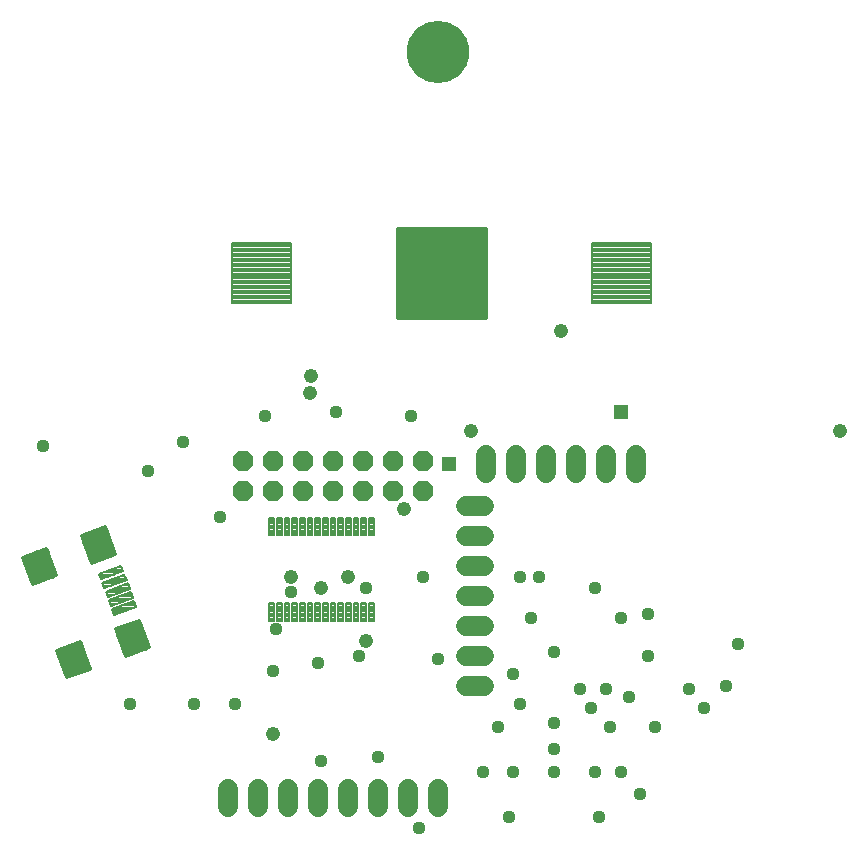
<source format=gbs>
G75*
G70*
%OFA0B0*%
%FSLAX24Y24*%
%IPPOS*%
%LPD*%
%AMOC8*
5,1,8,0,0,1.08239X$1,22.5*
%
%ADD10C,0.2080*%
%ADD11C,0.0680*%
%ADD12OC8,0.0680*%
%ADD13C,0.0081*%
%ADD14C,0.0085*%
%ADD15C,0.0080*%
%ADD16C,0.0083*%
%ADD17C,0.0092*%
%ADD18C,0.0437*%
%ADD19R,0.0476X0.0476*%
%ADD20C,0.0476*%
D10*
X015563Y028939D03*
D11*
X017188Y015489D02*
X017188Y014889D01*
X017113Y013814D02*
X016513Y013814D01*
X016513Y012814D02*
X017113Y012814D01*
X017113Y011814D02*
X016513Y011814D01*
X016513Y010814D02*
X017113Y010814D01*
X017113Y009814D02*
X016513Y009814D01*
X016513Y008814D02*
X017113Y008814D01*
X017113Y007814D02*
X016513Y007814D01*
X015563Y004364D02*
X015563Y003764D01*
X014563Y003764D02*
X014563Y004364D01*
X013563Y004364D02*
X013563Y003764D01*
X012563Y003764D02*
X012563Y004364D01*
X011563Y004364D02*
X011563Y003764D01*
X010563Y003764D02*
X010563Y004364D01*
X009563Y004364D02*
X009563Y003764D01*
X008563Y003764D02*
X008563Y004364D01*
X018188Y014889D02*
X018188Y015489D01*
X019188Y015489D02*
X019188Y014889D01*
X020188Y014889D02*
X020188Y015489D01*
X021188Y015489D02*
X021188Y014889D01*
X022188Y014889D02*
X022188Y015489D01*
D12*
X015063Y015314D03*
X015063Y014314D03*
X014063Y014314D03*
X014063Y015314D03*
X013063Y015314D03*
X013063Y014314D03*
X012063Y014314D03*
X012063Y015314D03*
X011063Y015314D03*
X011063Y014314D03*
X010063Y014314D03*
X010063Y015314D03*
X009063Y015314D03*
X009063Y014314D03*
D13*
X009946Y013411D02*
X010102Y013411D01*
X010102Y012821D01*
X009946Y012821D01*
X009946Y013411D01*
X009946Y012901D02*
X010102Y012901D01*
X010102Y012981D02*
X009946Y012981D01*
X009946Y013061D02*
X010102Y013061D01*
X010102Y013141D02*
X009946Y013141D01*
X009946Y013221D02*
X010102Y013221D01*
X010102Y013301D02*
X009946Y013301D01*
X009946Y013381D02*
X010102Y013381D01*
X010202Y013411D02*
X010358Y013411D01*
X010358Y012821D01*
X010202Y012821D01*
X010202Y013411D01*
X010202Y012901D02*
X010358Y012901D01*
X010358Y012981D02*
X010202Y012981D01*
X010202Y013061D02*
X010358Y013061D01*
X010358Y013141D02*
X010202Y013141D01*
X010202Y013221D02*
X010358Y013221D01*
X010358Y013301D02*
X010202Y013301D01*
X010202Y013381D02*
X010358Y013381D01*
X010458Y013411D02*
X010614Y013411D01*
X010614Y012821D01*
X010458Y012821D01*
X010458Y013411D01*
X010458Y012901D02*
X010614Y012901D01*
X010614Y012981D02*
X010458Y012981D01*
X010458Y013061D02*
X010614Y013061D01*
X010614Y013141D02*
X010458Y013141D01*
X010458Y013221D02*
X010614Y013221D01*
X010614Y013301D02*
X010458Y013301D01*
X010458Y013381D02*
X010614Y013381D01*
X010714Y013411D02*
X010870Y013411D01*
X010870Y012821D01*
X010714Y012821D01*
X010714Y013411D01*
X010714Y012901D02*
X010870Y012901D01*
X010870Y012981D02*
X010714Y012981D01*
X010714Y013061D02*
X010870Y013061D01*
X010870Y013141D02*
X010714Y013141D01*
X010714Y013221D02*
X010870Y013221D01*
X010870Y013301D02*
X010714Y013301D01*
X010714Y013381D02*
X010870Y013381D01*
X010970Y013411D02*
X011126Y013411D01*
X011126Y012821D01*
X010970Y012821D01*
X010970Y013411D01*
X010970Y012901D02*
X011126Y012901D01*
X011126Y012981D02*
X010970Y012981D01*
X010970Y013061D02*
X011126Y013061D01*
X011126Y013141D02*
X010970Y013141D01*
X010970Y013221D02*
X011126Y013221D01*
X011126Y013301D02*
X010970Y013301D01*
X010970Y013381D02*
X011126Y013381D01*
X011226Y013411D02*
X011382Y013411D01*
X011382Y012821D01*
X011226Y012821D01*
X011226Y013411D01*
X011226Y012901D02*
X011382Y012901D01*
X011382Y012981D02*
X011226Y012981D01*
X011226Y013061D02*
X011382Y013061D01*
X011382Y013141D02*
X011226Y013141D01*
X011226Y013221D02*
X011382Y013221D01*
X011382Y013301D02*
X011226Y013301D01*
X011226Y013381D02*
X011382Y013381D01*
X011482Y013411D02*
X011638Y013411D01*
X011638Y012821D01*
X011482Y012821D01*
X011482Y013411D01*
X011482Y012901D02*
X011638Y012901D01*
X011638Y012981D02*
X011482Y012981D01*
X011482Y013061D02*
X011638Y013061D01*
X011638Y013141D02*
X011482Y013141D01*
X011482Y013221D02*
X011638Y013221D01*
X011638Y013301D02*
X011482Y013301D01*
X011482Y013381D02*
X011638Y013381D01*
X011738Y013411D02*
X011894Y013411D01*
X011894Y012821D01*
X011738Y012821D01*
X011738Y013411D01*
X011738Y012901D02*
X011894Y012901D01*
X011894Y012981D02*
X011738Y012981D01*
X011738Y013061D02*
X011894Y013061D01*
X011894Y013141D02*
X011738Y013141D01*
X011738Y013221D02*
X011894Y013221D01*
X011894Y013301D02*
X011738Y013301D01*
X011738Y013381D02*
X011894Y013381D01*
X011994Y013411D02*
X012150Y013411D01*
X012150Y012821D01*
X011994Y012821D01*
X011994Y013411D01*
X011994Y012901D02*
X012150Y012901D01*
X012150Y012981D02*
X011994Y012981D01*
X011994Y013061D02*
X012150Y013061D01*
X012150Y013141D02*
X011994Y013141D01*
X011994Y013221D02*
X012150Y013221D01*
X012150Y013301D02*
X011994Y013301D01*
X011994Y013381D02*
X012150Y013381D01*
X012250Y013411D02*
X012406Y013411D01*
X012406Y012821D01*
X012250Y012821D01*
X012250Y013411D01*
X012250Y012901D02*
X012406Y012901D01*
X012406Y012981D02*
X012250Y012981D01*
X012250Y013061D02*
X012406Y013061D01*
X012406Y013141D02*
X012250Y013141D01*
X012250Y013221D02*
X012406Y013221D01*
X012406Y013301D02*
X012250Y013301D01*
X012250Y013381D02*
X012406Y013381D01*
X012505Y013411D02*
X012661Y013411D01*
X012661Y012821D01*
X012505Y012821D01*
X012505Y013411D01*
X012505Y012901D02*
X012661Y012901D01*
X012661Y012981D02*
X012505Y012981D01*
X012505Y013061D02*
X012661Y013061D01*
X012661Y013141D02*
X012505Y013141D01*
X012505Y013221D02*
X012661Y013221D01*
X012661Y013301D02*
X012505Y013301D01*
X012505Y013381D02*
X012661Y013381D01*
X012761Y013411D02*
X012917Y013411D01*
X012917Y012821D01*
X012761Y012821D01*
X012761Y013411D01*
X012761Y012901D02*
X012917Y012901D01*
X012917Y012981D02*
X012761Y012981D01*
X012761Y013061D02*
X012917Y013061D01*
X012917Y013141D02*
X012761Y013141D01*
X012761Y013221D02*
X012917Y013221D01*
X012917Y013301D02*
X012761Y013301D01*
X012761Y013381D02*
X012917Y013381D01*
X013017Y013411D02*
X013173Y013411D01*
X013173Y012821D01*
X013017Y012821D01*
X013017Y013411D01*
X013017Y012901D02*
X013173Y012901D01*
X013173Y012981D02*
X013017Y012981D01*
X013017Y013061D02*
X013173Y013061D01*
X013173Y013141D02*
X013017Y013141D01*
X013017Y013221D02*
X013173Y013221D01*
X013173Y013301D02*
X013017Y013301D01*
X013017Y013381D02*
X013173Y013381D01*
X013273Y013411D02*
X013429Y013411D01*
X013429Y012821D01*
X013273Y012821D01*
X013273Y013411D01*
X013273Y012901D02*
X013429Y012901D01*
X013429Y012981D02*
X013273Y012981D01*
X013273Y013061D02*
X013429Y013061D01*
X013429Y013141D02*
X013273Y013141D01*
X013273Y013221D02*
X013429Y013221D01*
X013429Y013301D02*
X013273Y013301D01*
X013273Y013381D02*
X013429Y013381D01*
X013429Y010557D02*
X013273Y010557D01*
X013429Y010557D02*
X013429Y009967D01*
X013273Y009967D01*
X013273Y010557D01*
X013273Y010047D02*
X013429Y010047D01*
X013429Y010127D02*
X013273Y010127D01*
X013273Y010207D02*
X013429Y010207D01*
X013429Y010287D02*
X013273Y010287D01*
X013273Y010367D02*
X013429Y010367D01*
X013429Y010447D02*
X013273Y010447D01*
X013273Y010527D02*
X013429Y010527D01*
X013173Y010557D02*
X013017Y010557D01*
X013173Y010557D02*
X013173Y009967D01*
X013017Y009967D01*
X013017Y010557D01*
X013017Y010047D02*
X013173Y010047D01*
X013173Y010127D02*
X013017Y010127D01*
X013017Y010207D02*
X013173Y010207D01*
X013173Y010287D02*
X013017Y010287D01*
X013017Y010367D02*
X013173Y010367D01*
X013173Y010447D02*
X013017Y010447D01*
X013017Y010527D02*
X013173Y010527D01*
X012917Y010557D02*
X012761Y010557D01*
X012917Y010557D02*
X012917Y009967D01*
X012761Y009967D01*
X012761Y010557D01*
X012761Y010047D02*
X012917Y010047D01*
X012917Y010127D02*
X012761Y010127D01*
X012761Y010207D02*
X012917Y010207D01*
X012917Y010287D02*
X012761Y010287D01*
X012761Y010367D02*
X012917Y010367D01*
X012917Y010447D02*
X012761Y010447D01*
X012761Y010527D02*
X012917Y010527D01*
X012661Y010557D02*
X012505Y010557D01*
X012661Y010557D02*
X012661Y009967D01*
X012505Y009967D01*
X012505Y010557D01*
X012505Y010047D02*
X012661Y010047D01*
X012661Y010127D02*
X012505Y010127D01*
X012505Y010207D02*
X012661Y010207D01*
X012661Y010287D02*
X012505Y010287D01*
X012505Y010367D02*
X012661Y010367D01*
X012661Y010447D02*
X012505Y010447D01*
X012505Y010527D02*
X012661Y010527D01*
X012406Y010557D02*
X012250Y010557D01*
X012406Y010557D02*
X012406Y009967D01*
X012250Y009967D01*
X012250Y010557D01*
X012250Y010047D02*
X012406Y010047D01*
X012406Y010127D02*
X012250Y010127D01*
X012250Y010207D02*
X012406Y010207D01*
X012406Y010287D02*
X012250Y010287D01*
X012250Y010367D02*
X012406Y010367D01*
X012406Y010447D02*
X012250Y010447D01*
X012250Y010527D02*
X012406Y010527D01*
X012150Y010557D02*
X011994Y010557D01*
X012150Y010557D02*
X012150Y009967D01*
X011994Y009967D01*
X011994Y010557D01*
X011994Y010047D02*
X012150Y010047D01*
X012150Y010127D02*
X011994Y010127D01*
X011994Y010207D02*
X012150Y010207D01*
X012150Y010287D02*
X011994Y010287D01*
X011994Y010367D02*
X012150Y010367D01*
X012150Y010447D02*
X011994Y010447D01*
X011994Y010527D02*
X012150Y010527D01*
X011894Y010557D02*
X011738Y010557D01*
X011894Y010557D02*
X011894Y009967D01*
X011738Y009967D01*
X011738Y010557D01*
X011738Y010047D02*
X011894Y010047D01*
X011894Y010127D02*
X011738Y010127D01*
X011738Y010207D02*
X011894Y010207D01*
X011894Y010287D02*
X011738Y010287D01*
X011738Y010367D02*
X011894Y010367D01*
X011894Y010447D02*
X011738Y010447D01*
X011738Y010527D02*
X011894Y010527D01*
X011638Y010557D02*
X011482Y010557D01*
X011638Y010557D02*
X011638Y009967D01*
X011482Y009967D01*
X011482Y010557D01*
X011482Y010047D02*
X011638Y010047D01*
X011638Y010127D02*
X011482Y010127D01*
X011482Y010207D02*
X011638Y010207D01*
X011638Y010287D02*
X011482Y010287D01*
X011482Y010367D02*
X011638Y010367D01*
X011638Y010447D02*
X011482Y010447D01*
X011482Y010527D02*
X011638Y010527D01*
X011382Y010557D02*
X011226Y010557D01*
X011382Y010557D02*
X011382Y009967D01*
X011226Y009967D01*
X011226Y010557D01*
X011226Y010047D02*
X011382Y010047D01*
X011382Y010127D02*
X011226Y010127D01*
X011226Y010207D02*
X011382Y010207D01*
X011382Y010287D02*
X011226Y010287D01*
X011226Y010367D02*
X011382Y010367D01*
X011382Y010447D02*
X011226Y010447D01*
X011226Y010527D02*
X011382Y010527D01*
X011126Y010557D02*
X010970Y010557D01*
X011126Y010557D02*
X011126Y009967D01*
X010970Y009967D01*
X010970Y010557D01*
X010970Y010047D02*
X011126Y010047D01*
X011126Y010127D02*
X010970Y010127D01*
X010970Y010207D02*
X011126Y010207D01*
X011126Y010287D02*
X010970Y010287D01*
X010970Y010367D02*
X011126Y010367D01*
X011126Y010447D02*
X010970Y010447D01*
X010970Y010527D02*
X011126Y010527D01*
X010870Y010557D02*
X010714Y010557D01*
X010870Y010557D02*
X010870Y009967D01*
X010714Y009967D01*
X010714Y010557D01*
X010714Y010047D02*
X010870Y010047D01*
X010870Y010127D02*
X010714Y010127D01*
X010714Y010207D02*
X010870Y010207D01*
X010870Y010287D02*
X010714Y010287D01*
X010714Y010367D02*
X010870Y010367D01*
X010870Y010447D02*
X010714Y010447D01*
X010714Y010527D02*
X010870Y010527D01*
X010614Y010557D02*
X010458Y010557D01*
X010614Y010557D02*
X010614Y009967D01*
X010458Y009967D01*
X010458Y010557D01*
X010458Y010047D02*
X010614Y010047D01*
X010614Y010127D02*
X010458Y010127D01*
X010458Y010207D02*
X010614Y010207D01*
X010614Y010287D02*
X010458Y010287D01*
X010458Y010367D02*
X010614Y010367D01*
X010614Y010447D02*
X010458Y010447D01*
X010458Y010527D02*
X010614Y010527D01*
X010358Y010557D02*
X010202Y010557D01*
X010358Y010557D02*
X010358Y009967D01*
X010202Y009967D01*
X010202Y010557D01*
X010202Y010047D02*
X010358Y010047D01*
X010358Y010127D02*
X010202Y010127D01*
X010202Y010207D02*
X010358Y010207D01*
X010358Y010287D02*
X010202Y010287D01*
X010202Y010367D02*
X010358Y010367D01*
X010358Y010447D02*
X010202Y010447D01*
X010202Y010527D02*
X010358Y010527D01*
X010102Y010557D02*
X009946Y010557D01*
X010102Y010557D02*
X010102Y009967D01*
X009946Y009967D01*
X009946Y010557D01*
X009946Y010047D02*
X010102Y010047D01*
X010102Y010127D02*
X009946Y010127D01*
X009946Y010207D02*
X010102Y010207D01*
X010102Y010287D02*
X009946Y010287D01*
X009946Y010367D02*
X010102Y010367D01*
X010102Y010447D02*
X009946Y010447D01*
X009946Y010527D02*
X010102Y010527D01*
D14*
X005940Y009092D02*
X005131Y008798D01*
X004796Y009718D01*
X005605Y010012D01*
X005940Y009092D01*
X005362Y008882D02*
X005100Y008882D01*
X005070Y008966D02*
X005593Y008966D01*
X005824Y009050D02*
X005039Y009050D01*
X005009Y009134D02*
X005925Y009134D01*
X005894Y009218D02*
X004978Y009218D01*
X004947Y009302D02*
X005864Y009302D01*
X005833Y009386D02*
X004917Y009386D01*
X004886Y009470D02*
X005802Y009470D01*
X005772Y009554D02*
X004856Y009554D01*
X004825Y009638D02*
X005741Y009638D01*
X005711Y009722D02*
X004807Y009722D01*
X005038Y009806D02*
X005680Y009806D01*
X005649Y009890D02*
X005269Y009890D01*
X005500Y009974D02*
X005619Y009974D01*
X003979Y008378D02*
X003170Y008084D01*
X002835Y009004D01*
X003644Y009298D01*
X003979Y008378D01*
X003401Y008168D02*
X003139Y008168D01*
X003109Y008252D02*
X003632Y008252D01*
X003863Y008336D02*
X003078Y008336D01*
X003048Y008420D02*
X003964Y008420D01*
X003933Y008504D02*
X003017Y008504D01*
X002986Y008588D02*
X003903Y008588D01*
X003872Y008672D02*
X002956Y008672D01*
X002925Y008756D02*
X003841Y008756D01*
X003811Y008840D02*
X002895Y008840D01*
X002864Y008924D02*
X003780Y008924D01*
X003750Y009008D02*
X002846Y009008D01*
X003077Y009092D02*
X003719Y009092D01*
X003688Y009176D02*
X003308Y009176D01*
X003539Y009260D02*
X003658Y009260D01*
X002848Y011486D02*
X002039Y011192D01*
X001704Y012112D01*
X002513Y012406D01*
X002848Y011486D01*
X002270Y011276D02*
X002008Y011276D01*
X001978Y011360D02*
X002501Y011360D01*
X002732Y011444D02*
X001947Y011444D01*
X001917Y011528D02*
X002833Y011528D01*
X002802Y011612D02*
X001886Y011612D01*
X001855Y011696D02*
X002772Y011696D01*
X002741Y011780D02*
X001825Y011780D01*
X001794Y011864D02*
X002710Y011864D01*
X002680Y011948D02*
X001764Y011948D01*
X001733Y012032D02*
X002649Y012032D01*
X002619Y012116D02*
X001715Y012116D01*
X001946Y012200D02*
X002588Y012200D01*
X002557Y012284D02*
X002177Y012284D01*
X002408Y012368D02*
X002527Y012368D01*
X004000Y011905D02*
X004809Y012199D01*
X004000Y011905D02*
X003665Y012825D01*
X004474Y013119D01*
X004809Y012199D01*
X004231Y011989D02*
X003969Y011989D01*
X003939Y012073D02*
X004462Y012073D01*
X004693Y012157D02*
X003908Y012157D01*
X003878Y012241D02*
X004794Y012241D01*
X004763Y012325D02*
X003847Y012325D01*
X003816Y012409D02*
X004733Y012409D01*
X004702Y012493D02*
X003786Y012493D01*
X003755Y012577D02*
X004671Y012577D01*
X004641Y012661D02*
X003725Y012661D01*
X003694Y012745D02*
X004610Y012745D01*
X004580Y012829D02*
X003676Y012829D01*
X003907Y012913D02*
X004549Y012913D01*
X004518Y012997D02*
X004138Y012997D01*
X004369Y013081D02*
X004488Y013081D01*
D15*
X005082Y011626D02*
X004345Y011358D01*
X004278Y011542D01*
X005015Y011810D01*
X005082Y011626D01*
X004562Y011437D02*
X004316Y011437D01*
X004287Y011516D02*
X004779Y011516D01*
X004997Y011595D02*
X004424Y011595D01*
X004641Y011674D02*
X005065Y011674D01*
X005036Y011753D02*
X004858Y011753D01*
X005189Y011330D02*
X004452Y011062D01*
X004385Y011246D01*
X005122Y011514D01*
X005189Y011330D01*
X004669Y011141D02*
X004423Y011141D01*
X004394Y011220D02*
X004886Y011220D01*
X005104Y011299D02*
X004531Y011299D01*
X004748Y011378D02*
X005172Y011378D01*
X005143Y011457D02*
X004965Y011457D01*
X005297Y011034D02*
X004560Y010766D01*
X004493Y010950D01*
X005230Y011218D01*
X005297Y011034D01*
X004777Y010845D02*
X004531Y010845D01*
X004502Y010924D02*
X004994Y010924D01*
X005212Y011003D02*
X004639Y011003D01*
X004856Y011082D02*
X005280Y011082D01*
X005251Y011161D02*
X005073Y011161D01*
X005405Y010738D02*
X004668Y010470D01*
X004601Y010654D01*
X005338Y010922D01*
X005405Y010738D01*
X004885Y010549D02*
X004639Y010549D01*
X004610Y010628D02*
X005102Y010628D01*
X005320Y010707D02*
X004747Y010707D01*
X004964Y010786D02*
X005388Y010786D01*
X005359Y010865D02*
X005181Y010865D01*
X005513Y010442D02*
X004776Y010174D01*
X004709Y010358D01*
X005446Y010626D01*
X005513Y010442D01*
X004993Y010253D02*
X004747Y010253D01*
X004718Y010332D02*
X005210Y010332D01*
X005428Y010411D02*
X004855Y010411D01*
X005072Y010490D02*
X005496Y010490D01*
X005467Y010569D02*
X005289Y010569D01*
D16*
X008689Y022563D02*
X010687Y022563D01*
X010687Y020565D01*
X008689Y020565D01*
X008689Y022563D01*
X008689Y020647D02*
X010687Y020647D01*
X010687Y020729D02*
X008689Y020729D01*
X008689Y020811D02*
X010687Y020811D01*
X010687Y020893D02*
X008689Y020893D01*
X008689Y020975D02*
X010687Y020975D01*
X010687Y021057D02*
X008689Y021057D01*
X008689Y021139D02*
X010687Y021139D01*
X010687Y021221D02*
X008689Y021221D01*
X008689Y021303D02*
X010687Y021303D01*
X010687Y021385D02*
X008689Y021385D01*
X008689Y021467D02*
X010687Y021467D01*
X010687Y021549D02*
X008689Y021549D01*
X008689Y021631D02*
X010687Y021631D01*
X010687Y021713D02*
X008689Y021713D01*
X008689Y021795D02*
X010687Y021795D01*
X010687Y021877D02*
X008689Y021877D01*
X008689Y021959D02*
X010687Y021959D01*
X010687Y022041D02*
X008689Y022041D01*
X008689Y022123D02*
X010687Y022123D01*
X010687Y022205D02*
X008689Y022205D01*
X008689Y022287D02*
X010687Y022287D01*
X010687Y022369D02*
X008689Y022369D01*
X008689Y022451D02*
X010687Y022451D01*
X010687Y022533D02*
X008689Y022533D01*
X020689Y022563D02*
X022687Y022563D01*
X022687Y020565D01*
X020689Y020565D01*
X020689Y022563D01*
X020689Y020647D02*
X022687Y020647D01*
X022687Y020729D02*
X020689Y020729D01*
X020689Y020811D02*
X022687Y020811D01*
X022687Y020893D02*
X020689Y020893D01*
X020689Y020975D02*
X022687Y020975D01*
X022687Y021057D02*
X020689Y021057D01*
X020689Y021139D02*
X022687Y021139D01*
X022687Y021221D02*
X020689Y021221D01*
X020689Y021303D02*
X022687Y021303D01*
X022687Y021385D02*
X020689Y021385D01*
X020689Y021467D02*
X022687Y021467D01*
X022687Y021549D02*
X020689Y021549D01*
X020689Y021631D02*
X022687Y021631D01*
X022687Y021713D02*
X020689Y021713D01*
X020689Y021795D02*
X022687Y021795D01*
X022687Y021877D02*
X020689Y021877D01*
X020689Y021959D02*
X022687Y021959D01*
X022687Y022041D02*
X020689Y022041D01*
X020689Y022123D02*
X022687Y022123D01*
X022687Y022205D02*
X020689Y022205D01*
X020689Y022287D02*
X022687Y022287D01*
X022687Y022369D02*
X020689Y022369D01*
X020689Y022451D02*
X022687Y022451D01*
X022687Y022533D02*
X020689Y022533D01*
D17*
X017182Y023058D02*
X014194Y023058D01*
X017182Y023058D02*
X017182Y020070D01*
X014194Y020070D01*
X014194Y023058D01*
X014194Y020161D02*
X017182Y020161D01*
X017182Y020252D02*
X014194Y020252D01*
X014194Y020343D02*
X017182Y020343D01*
X017182Y020434D02*
X014194Y020434D01*
X014194Y020525D02*
X017182Y020525D01*
X017182Y020616D02*
X014194Y020616D01*
X014194Y020707D02*
X017182Y020707D01*
X017182Y020798D02*
X014194Y020798D01*
X014194Y020889D02*
X017182Y020889D01*
X017182Y020980D02*
X014194Y020980D01*
X014194Y021071D02*
X017182Y021071D01*
X017182Y021162D02*
X014194Y021162D01*
X014194Y021253D02*
X017182Y021253D01*
X017182Y021344D02*
X014194Y021344D01*
X014194Y021435D02*
X017182Y021435D01*
X017182Y021526D02*
X014194Y021526D01*
X014194Y021617D02*
X017182Y021617D01*
X017182Y021708D02*
X014194Y021708D01*
X014194Y021799D02*
X017182Y021799D01*
X017182Y021890D02*
X014194Y021890D01*
X014194Y021981D02*
X017182Y021981D01*
X017182Y022072D02*
X014194Y022072D01*
X014194Y022163D02*
X017182Y022163D01*
X017182Y022254D02*
X014194Y022254D01*
X014194Y022345D02*
X017182Y022345D01*
X017182Y022436D02*
X014194Y022436D01*
X014194Y022527D02*
X017182Y022527D01*
X017182Y022618D02*
X014194Y022618D01*
X014194Y022709D02*
X017182Y022709D01*
X017182Y022800D02*
X014194Y022800D01*
X014194Y022891D02*
X017182Y022891D01*
X017182Y022982D02*
X014194Y022982D01*
D18*
X005313Y007189D03*
X007438Y007189D03*
X008813Y007189D03*
X010063Y008314D03*
X010188Y009689D03*
X010688Y010939D03*
X013188Y011064D03*
X015063Y011439D03*
X015563Y008689D03*
X018063Y008189D03*
X018313Y007189D03*
X017563Y006439D03*
X018063Y004939D03*
X017063Y004939D03*
X017938Y003439D03*
X019438Y004939D03*
X019438Y005689D03*
X019438Y006564D03*
X020688Y007064D03*
X020313Y007689D03*
X021188Y007689D03*
X021938Y007439D03*
X021313Y006439D03*
X021688Y004939D03*
X020813Y004939D03*
X020938Y003439D03*
X022313Y004189D03*
X022813Y006439D03*
X023938Y007689D03*
X024438Y007064D03*
X025188Y007814D03*
X025563Y009189D03*
X022563Y008814D03*
X021688Y010064D03*
X022563Y010189D03*
X020813Y011064D03*
X018938Y011439D03*
X018313Y011439D03*
X018688Y010064D03*
X019438Y008939D03*
X013563Y005439D03*
X011688Y005314D03*
X011563Y008564D03*
X012938Y008814D03*
X008313Y013439D03*
X007063Y015939D03*
X005913Y014964D03*
X002421Y015789D03*
X009813Y016814D03*
X012188Y016939D03*
X014688Y016814D03*
X014938Y003064D03*
D19*
X015938Y015189D03*
X021688Y016939D03*
D20*
X019686Y019645D03*
X016688Y016314D03*
X014438Y013689D03*
X012563Y011439D03*
X011688Y011064D03*
X010688Y011439D03*
X013188Y009314D03*
X010063Y006189D03*
X011313Y017564D03*
X011353Y018146D03*
X028985Y016312D03*
M02*

</source>
